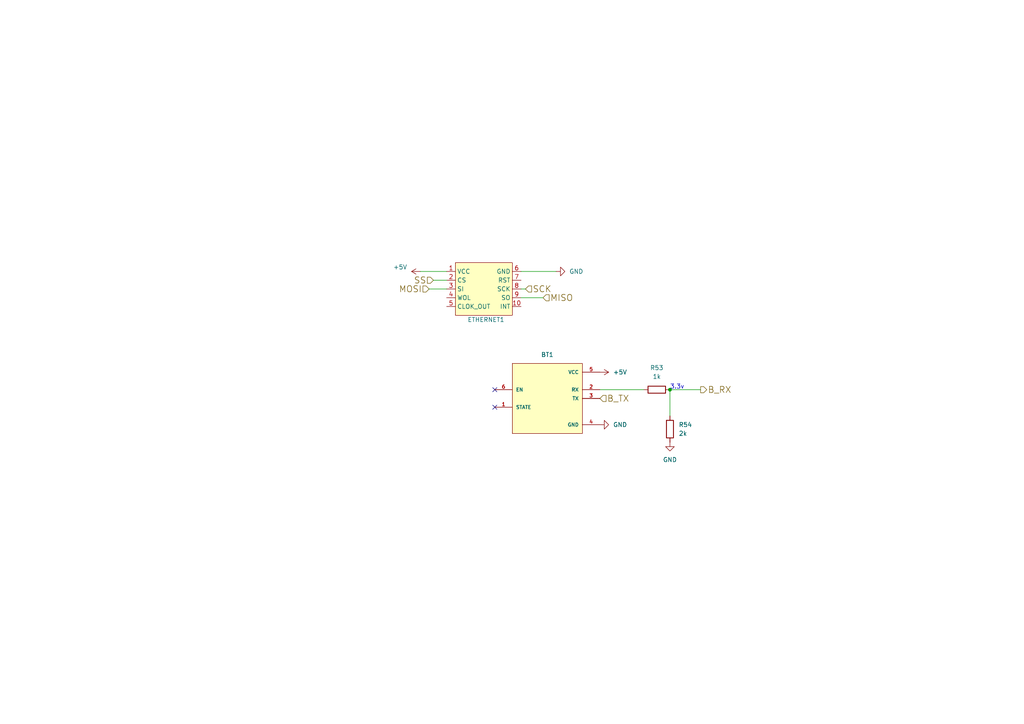
<source format=kicad_sch>
(kicad_sch (version 20211123) (generator eeschema)

  (uuid 5afa1875-dece-49a6-be9c-07d860064976)

  (paper "A4")

  (lib_symbols
    (symbol "Device:R" (pin_numbers hide) (pin_names (offset 0)) (in_bom yes) (on_board yes)
      (property "Reference" "R" (id 0) (at 2.032 0 90)
        (effects (font (size 1.27 1.27)))
      )
      (property "Value" "R" (id 1) (at 0 0 90)
        (effects (font (size 1.27 1.27)))
      )
      (property "Footprint" "" (id 2) (at -1.778 0 90)
        (effects (font (size 1.27 1.27)) hide)
      )
      (property "Datasheet" "~" (id 3) (at 0 0 0)
        (effects (font (size 1.27 1.27)) hide)
      )
      (property "ki_keywords" "R res resistor" (id 4) (at 0 0 0)
        (effects (font (size 1.27 1.27)) hide)
      )
      (property "ki_description" "Resistor" (id 5) (at 0 0 0)
        (effects (font (size 1.27 1.27)) hide)
      )
      (property "ki_fp_filters" "R_*" (id 6) (at 0 0 0)
        (effects (font (size 1.27 1.27)) hide)
      )
      (symbol "R_0_1"
        (rectangle (start -1.016 -2.54) (end 1.016 2.54)
          (stroke (width 0.254) (type default) (color 0 0 0 0))
          (fill (type none))
        )
      )
      (symbol "R_1_1"
        (pin passive line (at 0 3.81 270) (length 1.27)
          (name "~" (effects (font (size 1.27 1.27))))
          (number "1" (effects (font (size 1.27 1.27))))
        )
        (pin passive line (at 0 -3.81 90) (length 1.27)
          (name "~" (effects (font (size 1.27 1.27))))
          (number "2" (effects (font (size 1.27 1.27))))
        )
      )
    )
    (symbol "Interface_Ethernet:ENC28J60_NEXUS" (in_bom yes) (on_board yes)
      (property "Reference" "ETHERNET1" (id 0) (at 0 3.81 0)
        (effects (font (size 1.27 1.27)))
      )
      (property "Value" "ENC28J60_NEXUS" (id 1) (at -1.27 13.97 0)
        (effects (font (size 1.27 1.27)) hide)
      )
      (property "Footprint" "Arduino shield:ecnj" (id 2) (at 0 -13.97 0)
        (effects (font (size 1.27 1.27)) hide)
      )
      (property "Datasheet" "" (id 3) (at -2.54 -1.27 0)
        (effects (font (size 1.27 1.27)) hide)
      )
      (symbol "ENC28J60_NEXUS_0_1"
        (rectangle (start -7.62 2.54) (end 8.89 -12.7)
          (stroke (width 0) (type default) (color 0 0 0 0))
          (fill (type background))
        )
      )
      (symbol "ENC28J60_NEXUS_1_1"
        (pin input line (at 11.43 -10.16 180) (length 2.54)
          (name "VCC" (effects (font (size 1.27 1.27))))
          (number "1" (effects (font (size 1.27 1.27))))
        )
        (pin input line (at -10.16 0 0) (length 2.54)
          (name "INT" (effects (font (size 1.27 1.27))))
          (number "10" (effects (font (size 1.27 1.27))))
        )
        (pin input line (at 11.43 -7.62 180) (length 2.54)
          (name "CS" (effects (font (size 1.27 1.27))))
          (number "2" (effects (font (size 1.27 1.27))))
        )
        (pin input line (at 11.43 -5.08 180) (length 2.54)
          (name "SI" (effects (font (size 1.27 1.27))))
          (number "3" (effects (font (size 1.27 1.27))))
        )
        (pin input line (at 11.43 -2.54 180) (length 2.54)
          (name "WOL" (effects (font (size 1.27 1.27))))
          (number "4" (effects (font (size 1.27 1.27))))
        )
        (pin input line (at 11.43 0 180) (length 2.54)
          (name "CLOK_OUT" (effects (font (size 1.27 1.27))))
          (number "5" (effects (font (size 1.27 1.27))))
        )
        (pin input line (at -10.16 -10.16 0) (length 2.54)
          (name "GND" (effects (font (size 1.27 1.27))))
          (number "6" (effects (font (size 1.27 1.27))))
        )
        (pin input line (at -10.16 -7.62 0) (length 2.54)
          (name "RST" (effects (font (size 1.27 1.27))))
          (number "7" (effects (font (size 1.27 1.27))))
        )
        (pin input line (at -10.16 -5.08 0) (length 2.54)
          (name "SCK" (effects (font (size 1.27 1.27))))
          (number "8" (effects (font (size 1.27 1.27))))
        )
        (pin input line (at -10.16 -2.54 0) (length 2.54)
          (name "SO" (effects (font (size 1.27 1.27))))
          (number "9" (effects (font (size 1.27 1.27))))
        )
      )
    )
    (symbol "ZC142200:ZC142200" (pin_names (offset 1.016)) (in_bom yes) (on_board yes)
      (property "Reference" "U" (id 0) (at -10.16 10.922 0)
        (effects (font (size 1.27 1.27)) (justify left bottom))
      )
      (property "Value" "ZC142200" (id 1) (at -10.16 -12.7 0)
        (effects (font (size 1.27 1.27)) (justify left bottom))
      )
      (property "Footprint" "MODULE_ZC142200" (id 2) (at 0 0 0)
        (effects (font (size 1.27 1.27)) (justify left bottom) hide)
      )
      (property "Datasheet" "" (id 3) (at 0 0 0)
        (effects (font (size 1.27 1.27)) (justify left bottom) hide)
      )
      (property "PARTREV" "N/A" (id 4) (at 0 0 0)
        (effects (font (size 1.27 1.27)) (justify left bottom) hide)
      )
      (property "MANUFACTURER" "YKS" (id 5) (at 0 0 0)
        (effects (font (size 1.27 1.27)) (justify left bottom) hide)
      )
      (property "MAXIMUM_PACKAGE_HEIGHT" "37.5mm" (id 6) (at 0 0 0)
        (effects (font (size 1.27 1.27)) (justify left bottom) hide)
      )
      (property "STANDARD" "Manufacturer Recommendations" (id 7) (at 0 0 0)
        (effects (font (size 1.27 1.27)) (justify left bottom) hide)
      )
      (property "ki_locked" "" (id 8) (at 0 0 0)
        (effects (font (size 1.27 1.27)))
      )
      (symbol "ZC142200_0_0"
        (rectangle (start -10.16 -10.16) (end 10.16 10.16)
          (stroke (width 0.1524) (type default) (color 0 0 0 0))
          (fill (type background))
        )
        (pin input line (at -15.24 -2.54 0) (length 5.08)
          (name "STATE" (effects (font (size 1.016 1.016))))
          (number "1" (effects (font (size 1.016 1.016))))
        )
        (pin input line (at 15.24 2.54 180) (length 5.08)
          (name "RX" (effects (font (size 1.016 1.016))))
          (number "2" (effects (font (size 1.016 1.016))))
        )
        (pin output line (at 15.24 0 180) (length 5.08)
          (name "TX" (effects (font (size 1.016 1.016))))
          (number "3" (effects (font (size 1.016 1.016))))
        )
        (pin power_in line (at 15.24 -7.62 180) (length 5.08)
          (name "GND" (effects (font (size 1.016 1.016))))
          (number "4" (effects (font (size 1.016 1.016))))
        )
        (pin power_in line (at 15.24 7.62 180) (length 5.08)
          (name "VCC" (effects (font (size 1.016 1.016))))
          (number "5" (effects (font (size 1.016 1.016))))
        )
        (pin input line (at -15.24 2.54 0) (length 5.08)
          (name "EN" (effects (font (size 1.016 1.016))))
          (number "6" (effects (font (size 1.016 1.016))))
        )
      )
    )
    (symbol "power:+5V" (power) (pin_names (offset 0)) (in_bom yes) (on_board yes)
      (property "Reference" "#PWR" (id 0) (at 0 -3.81 0)
        (effects (font (size 1.27 1.27)) hide)
      )
      (property "Value" "+5V" (id 1) (at 0 3.556 0)
        (effects (font (size 1.27 1.27)))
      )
      (property "Footprint" "" (id 2) (at 0 0 0)
        (effects (font (size 1.27 1.27)) hide)
      )
      (property "Datasheet" "" (id 3) (at 0 0 0)
        (effects (font (size 1.27 1.27)) hide)
      )
      (property "ki_keywords" "power-flag" (id 4) (at 0 0 0)
        (effects (font (size 1.27 1.27)) hide)
      )
      (property "ki_description" "Power symbol creates a global label with name \"+5V\"" (id 5) (at 0 0 0)
        (effects (font (size 1.27 1.27)) hide)
      )
      (symbol "+5V_0_1"
        (polyline
          (pts
            (xy -0.762 1.27)
            (xy 0 2.54)
          )
          (stroke (width 0) (type default) (color 0 0 0 0))
          (fill (type none))
        )
        (polyline
          (pts
            (xy 0 0)
            (xy 0 2.54)
          )
          (stroke (width 0) (type default) (color 0 0 0 0))
          (fill (type none))
        )
        (polyline
          (pts
            (xy 0 2.54)
            (xy 0.762 1.27)
          )
          (stroke (width 0) (type default) (color 0 0 0 0))
          (fill (type none))
        )
      )
      (symbol "+5V_1_1"
        (pin power_in line (at 0 0 90) (length 0) hide
          (name "+5V" (effects (font (size 1.27 1.27))))
          (number "1" (effects (font (size 1.27 1.27))))
        )
      )
    )
    (symbol "power:GND" (power) (pin_names (offset 0)) (in_bom yes) (on_board yes)
      (property "Reference" "#PWR" (id 0) (at 0 -6.35 0)
        (effects (font (size 1.27 1.27)) hide)
      )
      (property "Value" "GND" (id 1) (at 0 -3.81 0)
        (effects (font (size 1.27 1.27)))
      )
      (property "Footprint" "" (id 2) (at 0 0 0)
        (effects (font (size 1.27 1.27)) hide)
      )
      (property "Datasheet" "" (id 3) (at 0 0 0)
        (effects (font (size 1.27 1.27)) hide)
      )
      (property "ki_keywords" "power-flag" (id 4) (at 0 0 0)
        (effects (font (size 1.27 1.27)) hide)
      )
      (property "ki_description" "Power symbol creates a global label with name \"GND\" , ground" (id 5) (at 0 0 0)
        (effects (font (size 1.27 1.27)) hide)
      )
      (symbol "GND_0_1"
        (polyline
          (pts
            (xy 0 0)
            (xy 0 -1.27)
            (xy 1.27 -1.27)
            (xy 0 -2.54)
            (xy -1.27 -1.27)
            (xy 0 -1.27)
          )
          (stroke (width 0) (type default) (color 0 0 0 0))
          (fill (type none))
        )
      )
      (symbol "GND_1_1"
        (pin power_in line (at 0 0 270) (length 0) hide
          (name "GND" (effects (font (size 1.27 1.27))))
          (number "1" (effects (font (size 1.27 1.27))))
        )
      )
    )
  )

  (junction (at 194.31 113.03) (diameter 0) (color 0 0 0 0)
    (uuid 73369bd7-f73d-4657-892f-de363329fb5a)
  )

  (no_connect (at 143.51 113.03) (uuid 30b944ce-2ce6-432a-ab37-a7bf56c60f3d))
  (no_connect (at 143.51 118.11) (uuid 30ec19c1-84b5-4d4c-b96f-237fad2b561e))

  (wire (pts (xy 124.46 83.82) (xy 129.54 83.82))
    (stroke (width 0) (type default) (color 0 0 0 0))
    (uuid 26c1d4d3-a737-4b04-9b77-d9e22b8902ce)
  )
  (wire (pts (xy 161.29 78.74) (xy 151.13 78.74))
    (stroke (width 0) (type default) (color 0 0 0 0))
    (uuid 291e7371-f352-453a-80be-92f92b640b90)
  )
  (wire (pts (xy 173.99 113.03) (xy 186.69 113.03))
    (stroke (width 0) (type default) (color 0 0 0 0))
    (uuid 318e094e-6e21-43df-b2a0-32c0c44b1139)
  )
  (wire (pts (xy 125.73 81.28) (xy 129.54 81.28))
    (stroke (width 0) (type default) (color 0 0 0 0))
    (uuid 38a1eb54-e610-4166-bfad-4a04b0dc9f29)
  )
  (wire (pts (xy 151.13 83.82) (xy 152.4 83.82))
    (stroke (width 0) (type default) (color 0 0 0 0))
    (uuid 735be633-7e09-423c-86b1-b9e3acb36b72)
  )
  (wire (pts (xy 121.92 78.74) (xy 129.54 78.74))
    (stroke (width 0) (type default) (color 0 0 0 0))
    (uuid 81b11c36-0e57-4a37-aebe-58e12e4eeaf7)
  )
  (wire (pts (xy 151.13 86.36) (xy 157.48 86.36))
    (stroke (width 0) (type default) (color 0 0 0 0))
    (uuid 8ce80f78-daeb-4af7-a977-5abc30317929)
  )
  (wire (pts (xy 194.31 120.65) (xy 194.31 113.03))
    (stroke (width 0) (type default) (color 0 0 0 0))
    (uuid e76a435f-c282-4749-a3cd-9739925550d4)
  )
  (wire (pts (xy 194.31 113.03) (xy 203.2 113.03))
    (stroke (width 0) (type default) (color 0 0 0 0))
    (uuid e7d16fe3-5eed-4298-9c0f-1981c3fc1aba)
  )

  (text "3.3v" (at 194.31 113.03 0)
    (effects (font (size 1.27 1.27)) (justify left bottom))
    (uuid 0dc10718-5d3b-4a26-8941-96921ddf2d5a)
  )

  (hierarchical_label "SS" (shape input) (at 125.73 81.28 180)
    (effects (font (size 1.8 1.8)) (justify right))
    (uuid 072865cc-dda4-47d8-b6f3-87425a12c6c5)
  )
  (hierarchical_label "B_TX" (shape input) (at 173.99 115.57 0)
    (effects (font (size 1.8 1.8)) (justify left))
    (uuid 09e0d063-9524-4b94-ba18-7144ed2f9bce)
  )
  (hierarchical_label "SCK" (shape input) (at 152.4 83.82 0)
    (effects (font (size 1.8 1.8)) (justify left))
    (uuid 113a51f0-db91-45c8-a6bf-41989819af0b)
  )
  (hierarchical_label "B_RX" (shape output) (at 203.2 113.03 0)
    (effects (font (size 1.8 1.8)) (justify left))
    (uuid 7036256d-27e5-4532-b1af-012e91260f9e)
  )
  (hierarchical_label "MOSI" (shape input) (at 124.46 83.82 180)
    (effects (font (size 1.8 1.8)) (justify right))
    (uuid 80231bbd-8f38-445e-a5f1-3441b44b6a2e)
  )
  (hierarchical_label "MISO" (shape input) (at 157.48 86.36 0)
    (effects (font (size 1.8 1.8)) (justify left))
    (uuid b08e2550-32a1-403e-9f5b-f08f883258e0)
  )

  (symbol (lib_id "Interface_Ethernet:ENC28J60_NEXUS") (at 140.97 88.9 180) (unit 1)
    (in_bom yes) (on_board yes) (fields_autoplaced)
    (uuid 11349094-e4ca-4666-b685-3806d4c1c75b)
    (property "Reference" "ETHERNET1" (id 0) (at 140.97 92.71 0))
    (property "Value" "ENC28J60_NEXUS" (id 1) (at 142.24 102.87 0)
      (effects (font (size 1.27 1.27)) hide)
    )
    (property "Footprint" "Arduino shield:ecnj" (id 2) (at 140.97 74.93 0)
      (effects (font (size 1.27 1.27)) hide)
    )
    (property "Datasheet" "" (id 3) (at 143.51 87.63 0)
      (effects (font (size 1.27 1.27)) hide)
    )
    (pin "5" (uuid 4c1bc422-c962-4e69-a4cf-4a7e679c4996))
    (pin "10" (uuid d1c8bd68-fd34-4d5c-a821-4db4243a5cc6))
    (pin "4" (uuid 70910fbf-6905-4903-a9ba-c6e84d648187))
    (pin "3" (uuid 52ada24a-a406-4ece-9db7-f3090029eac6))
    (pin "2" (uuid 7b71124c-2490-4021-a0cd-630e1e629c91))
    (pin "1" (uuid 51449093-2103-4547-b627-e2d6e6af24e3))
    (pin "6" (uuid d3a549c3-aa63-4d05-9b0f-3859830102e5))
    (pin "7" (uuid 6eecad71-6c28-44dc-abe0-6de1fb81b051))
    (pin "8" (uuid e1a0ed0c-0563-4730-9b51-f8a06c41eb17))
    (pin "9" (uuid d7061a06-4927-4962-8c44-a7dfe6663515))
  )

  (symbol (lib_id "power:+5V") (at 121.92 78.74 90) (unit 1)
    (in_bom yes) (on_board yes)
    (uuid 15864d35-de03-4e00-a541-af400dc7b2a2)
    (property "Reference" "#PWR081" (id 0) (at 125.73 78.74 0)
      (effects (font (size 1.27 1.27)) hide)
    )
    (property "Value" "+5V" (id 1) (at 118.11 77.47 90)
      (effects (font (size 1.27 1.27)) (justify left))
    )
    (property "Footprint" "" (id 2) (at 121.92 78.74 0)
      (effects (font (size 1.27 1.27)) hide)
    )
    (property "Datasheet" "" (id 3) (at 121.92 78.74 0)
      (effects (font (size 1.27 1.27)) hide)
    )
    (pin "1" (uuid cac83ec8-74b8-47a6-b2df-a328963c14e2))
  )

  (symbol (lib_id "Device:R") (at 190.5 113.03 270) (unit 1)
    (in_bom yes) (on_board yes) (fields_autoplaced)
    (uuid 208cb193-edaf-4dc8-8ae9-94cb970e4b36)
    (property "Reference" "R53" (id 0) (at 190.5 106.68 90))
    (property "Value" "1k" (id 1) (at 190.5 109.22 90))
    (property "Footprint" "Resistor_SMD:R_0805_2012Metric_Pad1.20x1.40mm_HandSolder" (id 2) (at 190.5 111.252 90)
      (effects (font (size 1.27 1.27)) hide)
    )
    (property "Datasheet" "~" (id 3) (at 190.5 113.03 0)
      (effects (font (size 1.27 1.27)) hide)
    )
    (pin "1" (uuid fb82252b-5eea-492c-8b20-4507ed0ca355))
    (pin "2" (uuid 73906b26-6293-4068-9683-8e0532df4a27))
  )

  (symbol (lib_id "ZC142200:ZC142200") (at 158.75 115.57 0) (unit 1)
    (in_bom yes) (on_board yes) (fields_autoplaced)
    (uuid 50105ef1-423b-4b8f-83d7-a240b429baed)
    (property "Reference" "BT1" (id 0) (at 158.75 102.87 0))
    (property "Value" "ZC142200" (id 1) (at 158.75 102.87 0)
      (effects (font (size 1.27 1.27)) hide)
    )
    (property "Footprint" "Arduino shield:MODULE_ZC142200" (id 2) (at 158.75 115.57 0)
      (effects (font (size 1.27 1.27)) (justify left bottom) hide)
    )
    (property "Datasheet" "" (id 3) (at 158.75 115.57 0)
      (effects (font (size 1.27 1.27)) (justify left bottom) hide)
    )
    (property "PARTREV" "N/A" (id 4) (at 158.75 115.57 0)
      (effects (font (size 1.27 1.27)) (justify left bottom) hide)
    )
    (property "MANUFACTURER" "YKS" (id 5) (at 158.75 115.57 0)
      (effects (font (size 1.27 1.27)) (justify left bottom) hide)
    )
    (property "MAXIMUM_PACKAGE_HEIGHT" "37.5mm" (id 6) (at 158.75 115.57 0)
      (effects (font (size 1.27 1.27)) (justify left bottom) hide)
    )
    (property "STANDARD" "Manufacturer Recommendations" (id 7) (at 158.75 115.57 0)
      (effects (font (size 1.27 1.27)) (justify left bottom) hide)
    )
    (pin "1" (uuid 0f034b5c-5405-4d64-b579-4055457c0c63))
    (pin "2" (uuid ec254a8e-9136-4033-8a96-edbd0235523e))
    (pin "3" (uuid f1b138b1-08c8-4af3-9c35-833ad59dd575))
    (pin "4" (uuid a4d811e9-e594-4cc6-8b85-4e6fb83fe918))
    (pin "5" (uuid aa170df5-1ce0-4732-9490-152223d8d5bb))
    (pin "6" (uuid 867a7e3a-b1a3-4a1b-85e5-1d48a7c21447))
  )

  (symbol (lib_id "power:GND") (at 161.29 78.74 90) (unit 1)
    (in_bom yes) (on_board yes) (fields_autoplaced)
    (uuid 501d51a3-5b78-42b9-936b-97637953d50c)
    (property "Reference" "#PWR082" (id 0) (at 167.64 78.74 0)
      (effects (font (size 1.27 1.27)) hide)
    )
    (property "Value" "GND" (id 1) (at 165.1 78.7399 90)
      (effects (font (size 1.27 1.27)) (justify right))
    )
    (property "Footprint" "" (id 2) (at 161.29 78.74 0)
      (effects (font (size 1.27 1.27)) hide)
    )
    (property "Datasheet" "" (id 3) (at 161.29 78.74 0)
      (effects (font (size 1.27 1.27)) hide)
    )
    (pin "1" (uuid 50ed5bd1-6cb2-47c6-a6d8-2ae411599e3b))
  )

  (symbol (lib_id "power:+5V") (at 173.99 107.95 270) (unit 1)
    (in_bom yes) (on_board yes) (fields_autoplaced)
    (uuid 53bf39c8-ad76-41c8-a2d4-4e22d11caf4c)
    (property "Reference" "#PWR083" (id 0) (at 170.18 107.95 0)
      (effects (font (size 1.27 1.27)) hide)
    )
    (property "Value" "+5V" (id 1) (at 177.8 107.9499 90)
      (effects (font (size 1.27 1.27)) (justify left))
    )
    (property "Footprint" "" (id 2) (at 173.99 107.95 0)
      (effects (font (size 1.27 1.27)) hide)
    )
    (property "Datasheet" "" (id 3) (at 173.99 107.95 0)
      (effects (font (size 1.27 1.27)) hide)
    )
    (pin "1" (uuid fe347cf1-8cc4-47a4-a515-ae81fc064a30))
  )

  (symbol (lib_id "power:GND") (at 173.99 123.19 90) (unit 1)
    (in_bom yes) (on_board yes) (fields_autoplaced)
    (uuid 5d2cc0fd-33d7-4ecd-ae76-8e011f52686e)
    (property "Reference" "#PWR084" (id 0) (at 180.34 123.19 0)
      (effects (font (size 1.27 1.27)) hide)
    )
    (property "Value" "GND" (id 1) (at 177.8 123.1899 90)
      (effects (font (size 1.27 1.27)) (justify right))
    )
    (property "Footprint" "" (id 2) (at 173.99 123.19 0)
      (effects (font (size 1.27 1.27)) hide)
    )
    (property "Datasheet" "" (id 3) (at 173.99 123.19 0)
      (effects (font (size 1.27 1.27)) hide)
    )
    (pin "1" (uuid 7b3d23c0-4082-4430-8cc4-c9555ab8c539))
  )

  (symbol (lib_id "power:GND") (at 194.31 128.27 0) (unit 1)
    (in_bom yes) (on_board yes) (fields_autoplaced)
    (uuid 7abbd8d7-0e78-402e-99c4-1cfd74813816)
    (property "Reference" "#PWR085" (id 0) (at 194.31 134.62 0)
      (effects (font (size 1.27 1.27)) hide)
    )
    (property "Value" "GND" (id 1) (at 194.31 133.35 0))
    (property "Footprint" "" (id 2) (at 194.31 128.27 0)
      (effects (font (size 1.27 1.27)) hide)
    )
    (property "Datasheet" "" (id 3) (at 194.31 128.27 0)
      (effects (font (size 1.27 1.27)) hide)
    )
    (pin "1" (uuid c72952ad-da22-419e-a880-dea11745f935))
  )

  (symbol (lib_id "Device:R") (at 194.31 124.46 0) (unit 1)
    (in_bom yes) (on_board yes) (fields_autoplaced)
    (uuid efd10b4a-61c0-49cd-af64-b3c320ee74b8)
    (property "Reference" "R54" (id 0) (at 196.85 123.1899 0)
      (effects (font (size 1.27 1.27)) (justify left))
    )
    (property "Value" "2k" (id 1) (at 196.85 125.7299 0)
      (effects (font (size 1.27 1.27)) (justify left))
    )
    (property "Footprint" "Resistor_SMD:R_0805_2012Metric_Pad1.20x1.40mm_HandSolder" (id 2) (at 192.532 124.46 90)
      (effects (font (size 1.27 1.27)) hide)
    )
    (property "Datasheet" "~" (id 3) (at 194.31 124.46 0)
      (effects (font (size 1.27 1.27)) hide)
    )
    (pin "1" (uuid ddfba2af-102f-4a77-ae8c-3bdea7dd52ba))
    (pin "2" (uuid 94148bf1-8d37-41bf-9547-dbc5578f3a07))
  )
)

</source>
